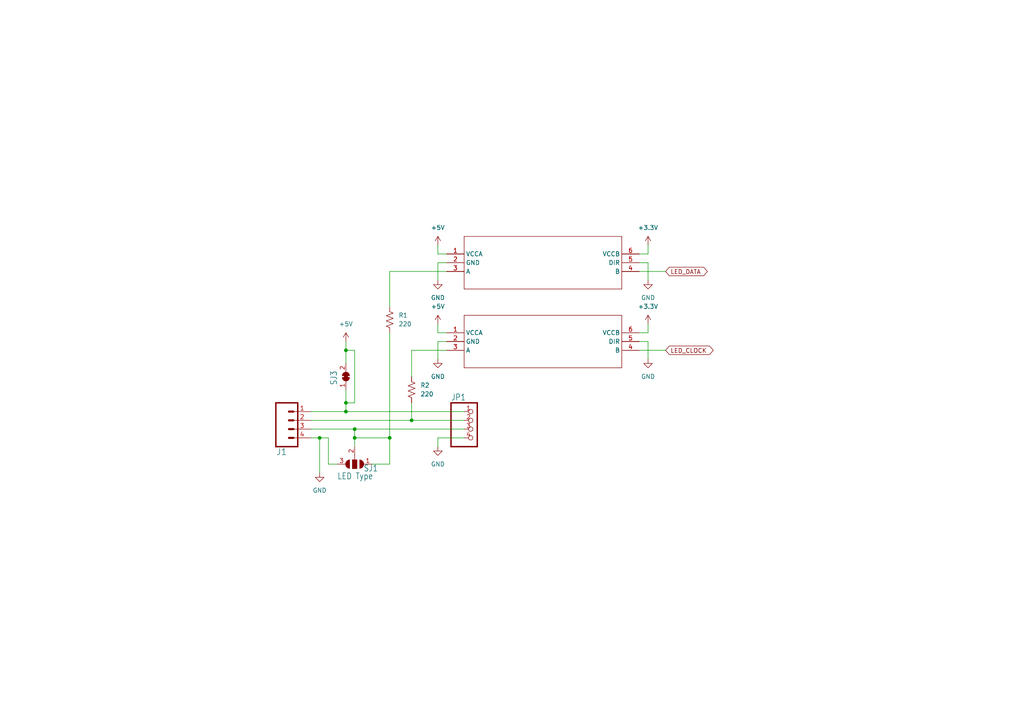
<source format=kicad_sch>
(kicad_sch (version 20230121) (generator eeschema)
  (paper "A4")
  (lib_symbols
    (symbol "Device:R_US" (pin_numbers hide) (pin_names (offset 0))
      (property "Reference" "R" (at 2.54 0 90))
      (property "Value" "R_US" (at -2.54 0 90))
      (symbol "R_US_0_1"
        (polyline (pts (xy 0 -2.286) (xy 0 -2.54)))
        (polyline (pts (xy 0 2.286) (xy 0 2.54)))
        (polyline (pts (xy 0 -0.762) (xy 1.016 -1.143) (xy 0 -1.524) (xy -1.016 -1.905) (xy 0 -2.286)))
        (polyline (pts (xy 0 0.762) (xy 1.016 0.381) (xy 0 0) (xy -1.016 -0.381) (xy 0 -0.762)))
        (polyline (pts (xy 0 2.286) (xy 1.016 1.905) (xy 0 1.524) (xy -1.016 1.143) (xy 0 0.762)))
      )
      (symbol "R_US_1_1"
        (pin passive line (at 0 3.81 270) (length 1.27) (name "~") (number "1"))
        (pin passive line (at 0 -3.81 90) (length 1.27) (name "~") (number "2"))
      )
    )
    (symbol "Jumper:SolderJumper_2_Bridged" (pin_names (offset 0) hide)
      (property "Reference" "JP" (at 0 2.032 0))
      (property "Value" "SolderJumper_2_Bridged" (at 0 -2.54 0))
      (symbol "SolderJumper_2_Bridged_0_1"
        (rectangle (start -0.508 0.508) (end 0.508 -0.508) (fill (type outline)))
        (arc (start -0.254 1.016) (mid -1.2656 0) (end -0.254 -1.016))
        (arc (start -0.254 1.016) (mid -1.2656 0) (end -0.254 -1.016) (fill (type outline)))
        (polyline (pts (xy -0.254 1.016) (xy -0.254 -1.016)))
        (polyline (pts (xy 0.254 1.016) (xy 0.254 -1.016)))
        (arc (start 0.254 -1.016) (mid 1.2656 0) (end 0.254 1.016))
        (arc (start 0.254 -1.016) (mid 1.2656 0) (end 0.254 1.016) (fill (type outline)))
      )
      (symbol "SolderJumper_2_Bridged_1_1"
        (pin passive line (at -3.81 0 0) (length 2.54) (name "A") (number "1"))
        (pin passive line (at 3.81 0 180) (length 2.54) (name "B") (number "2"))
      )
    )
    (symbol "controller-eagle-import:CONN_04SCREW"
      (property "Reference" "J" (at -5.08 8.128 0))
      (symbol "CONN_04SCREW_1_0"
        (polyline (pts (xy -5.08 7.62) (xy -5.08 -5.08)) (stroke (width 0.4064)))
        (polyline (pts (xy -5.08 7.62) (xy 1.27 7.62)) (stroke (width 0.4064)))
        (polyline (pts (xy -1.27 -2.54) (xy 0 -2.54)) (stroke (width 0.6096)))
        (polyline (pts (xy -1.27 0) (xy 0 0)) (stroke (width 0.6096)))
        (polyline (pts (xy -1.27 2.54) (xy 0 2.54)) (stroke (width 0.6096)))
        (polyline (pts (xy -1.27 5.08) (xy 0 5.08)) (stroke (width 0.6096)))
        (polyline (pts (xy 1.27 -5.08) (xy -5.08 -5.08)) (stroke (width 0.4064)))
        (polyline (pts (xy 1.27 -5.08) (xy 1.27 7.62)) (stroke (width 0.4064)))
        (pin passive line (at 5.08 -2.54 180) (length 5.08) (name "1") (number "1"))
        (pin passive line (at 5.08 0 180) (length 5.08) (name "2") (number "2"))
        (pin passive line (at 5.08 2.54 180) (length 5.08) (name "3") (number "3"))
        (pin passive line (at 5.08 5.08 180) (length 5.08) (name "4") (number "4"))
      )
    )
    (symbol "controller-eagle-import:PINHD-1X4"
      (property "Reference" "JP" (at -6.35 8.255 0))
      (symbol "PINHD-1X4_1_0"
        (polyline (pts (xy -6.35 -5.08) (xy 1.27 -5.08)) (stroke (width 0.4064)))
        (polyline (pts (xy -6.35 7.62) (xy -6.35 -5.08)) (stroke (width 0.4064)))
        (polyline (pts (xy 1.27 -5.08) (xy 1.27 7.62)) (stroke (width 0.4064)))
        (polyline (pts (xy 1.27 7.62) (xy -6.35 7.62)) (stroke (width 0.4064)))
        (pin passive inverted (at -2.54 5.08 0) (length 2.54) (name "1") (number "1"))
        (pin passive inverted (at -2.54 2.54 0) (length 2.54) (name "2") (number "2"))
        (pin passive inverted (at -2.54 0 0) (length 2.54) (name "3") (number "3"))
        (pin passive inverted (at -2.54 -2.54 0) (length 2.54) (name "4") (number "4"))
      )
    )
    (symbol "controller-eagle-import:SJ2W"
      (property "Reference" "SJ" (at 2.54 0.381 0))
      (symbol "SJ2W_1_0"
        (arc (start -1.27 -1.397) (mid 0 -2.6615) (end 1.27 -1.397) (stroke (width 0.0001)) (fill (type outline)))
        (rectangle (start -1.27 -0.635) (end 1.27 0.635) (fill (type outline)))
        (polyline (pts (xy -2.54 0) (xy -1.27 0)) (stroke (width 0.1524)))
        (polyline (pts (xy -1.27 -0.635) (xy -1.27 0)) (stroke (width 0.1524)))
        (polyline (pts (xy -1.27 0) (xy -1.27 0.635)) (stroke (width 0.1524)))
        (polyline (pts (xy -1.27 0.635) (xy 1.27 0.635)) (stroke (width 0.1524)))
        (polyline (pts (xy 1.27 -0.635) (xy -1.27 -0.635)) (stroke (width 0.1524)))
        (polyline (pts (xy 1.27 0.635) (xy 1.27 -0.635)) (stroke (width 0.1524)))
        (arc (start 1.27 1.397) (mid 0 2.6615) (end -1.27 1.397) (stroke (width 0.0001)) (fill (type outline)))
        (pin passive line (at 0 5.08 270) (length 2.54) (name "1") (number "1"))
        (pin passive line (at -5.08 0 0) (length 2.54) (name "2") (number "2"))
        (pin passive line (at 0 -5.08 90) (length 2.54) (name "3") (number "3"))
      )
    )
    (symbol "controller-eagle-import:SN74LVC1T45DBVRDBV6-M"
      (symbol "SN74LVC1T45DBVRDBV6-M_1_0"
        (polyline (pts (xy 7.62 -10.16) (xy 53.34 -10.16)) (stroke (width 0.1524)))
        (polyline (pts (xy 7.62 5.08) (xy 7.62 -10.16)) (stroke (width 0.1524)))
        (polyline (pts (xy 53.34 -10.16) (xy 53.34 5.08)) (stroke (width 0.1524)))
        (polyline (pts (xy 53.34 5.08) (xy 7.62 5.08)) (stroke (width 0.1524)))
        (pin power_in line (at 2.54 0 0) (length 5.08) (name "VCCA") (number "1"))
        (pin power_in line (at 2.54 -2.54 0) (length 5.08) (name "GND") (number "2"))
        (pin input line (at 2.54 -5.08 0) (length 5.08) (name "A") (number "3"))
        (pin input line (at 58.42 -5.08 180) (length 5.08) (name "B") (number "4"))
        (pin input line (at 58.42 -2.54 180) (length 5.08) (name "DIR") (number "5"))
        (pin power_in line (at 58.42 0 180) (length 5.08) (name "VCCB") (number "6"))
      )
    )
    (symbol "power:+3.3V" (power) (pin_names (offset 0))
      (property "Value" "+3.3V" (at 0 3.556 0))
      (symbol "+3.3V_0_1"
        (polyline (pts (xy -0.762 1.27) (xy 0 2.54)))
        (polyline (pts (xy 0 0) (xy 0 2.54)))
        (polyline (pts (xy 0 2.54) (xy 0.762 1.27)))
      )
      (symbol "+3.3V_1_1"
        (pin power_in line (at 0 0 90) (length 0) hide (name "+3.3V") (number "1"))
      )
    )
    (symbol "power:+5V" (power) (pin_names (offset 0))
      (property "Value" "+5V" (at 0 3.556 0))
      (symbol "+5V_0_1"
        (polyline (pts (xy -0.762 1.27) (xy 0 2.54)))
        (polyline (pts (xy 0 0) (xy 0 2.54)))
        (polyline (pts (xy 0 2.54) (xy 0.762 1.27)))
      )
      (symbol "+5V_1_1"
        (pin power_in line (at 0 0 90) (length 0) hide (name "+5V") (number "1"))
      )
    )
    (symbol "power:GND" (power) (pin_names (offset 0))
      (property "Value" "GND" (at 0 -3.81 0))
      (symbol "GND_0_1"
        (polyline (pts (xy 0 0) (xy 0 -1.27) (xy 1.27 -1.27) (xy 0 -2.54) (xy -1.27 -1.27) (xy 0 -1.27)))
      )
      (symbol "GND_1_1"
        (pin power_in line (at 0 0 270) (length 0) hide (name "GND") (number "1"))
      )
    )
  )
  (junction (at 100.33 116.84))
  (junction (at 102.87 127))
  (junction (at 92.71 127))
  (junction (at 119.38 121.92))
  (junction (at 102.87 124.46))
  (junction (at 100.33 101.6))
  (junction (at 113.03 127))
  (junction (at 100.33 119.38))
  (wire (pts (xy 100.33 119.38) (xy 134.62 119.38)) (stroke (width 0.1524)))
  (wire (pts (xy 119.38 101.6) (xy 129.54 101.6)) (stroke (width 0.1524)))
  (wire (pts (xy 134.62 127) (xy 127 127)) (stroke (width 0.1524)))
  (wire (pts (xy 90.17 127) (xy 92.71 127)) (stroke (width 0.1524)))
  (wire (pts (xy 90.17 124.46) (xy 102.87 124.46)) (stroke (width 0.1524)))
  (wire (pts (xy 100.33 101.6) (xy 100.33 99.06)) (stroke (width 0.1524)))
  (wire (pts (xy 127 99.06) (xy 129.54 99.06)))
  (wire (pts (xy 90.17 121.92) (xy 119.38 121.92)) (stroke (width 0.1524)))
  (wire (pts (xy 102.87 127) (xy 102.87 124.46)) (stroke (width 0.1524)))
  (wire (pts (xy 185.42 96.52) (xy 187.96 96.52)) (stroke (width 0.1524)))
  (wire (pts (xy 127 71.12) (xy 127 73.66)))
  (wire (pts (xy 100.33 113.03) (xy 100.33 116.84)) (stroke (width 0.1524)))
  (wire (pts (xy 100.33 101.6) (xy 102.87 101.6)) (stroke (width 0.1524)))
  (wire (pts (xy 113.03 78.74) (xy 113.03 88.9)) (stroke (width 0.1524)))
  (wire (pts (xy 102.87 116.84) (xy 100.33 116.84)) (stroke (width 0.1524)))
  (wire (pts (xy 187.96 99.06) (xy 187.96 104.14)) (stroke (width 0.1524)))
  (wire (pts (xy 102.87 127) (xy 113.03 127)) (stroke (width 0.1524)))
  (wire (pts (xy 119.38 101.6) (xy 119.38 109.22)) (stroke (width 0.1524)))
  (wire (pts (xy 127 104.14) (xy 127 99.06)))
  (wire (pts (xy 127 96.52) (xy 127 93.98)) (stroke (width 0.1524)))
  (wire (pts (xy 95.25 134.62) (xy 95.25 127)) (stroke (width 0.1524)))
  (wire (pts (xy 187.96 96.52) (xy 187.96 93.98)) (stroke (width 0.1524)))
  (wire (pts (xy 90.17 119.38) (xy 100.33 119.38)) (stroke (width 0.1524)))
  (wire (pts (xy 95.25 127) (xy 92.71 127)) (stroke (width 0.1524)))
  (wire (pts (xy 187.96 71.12) (xy 187.96 73.66)) (stroke (width 0.1524)))
  (wire (pts (xy 119.38 121.92) (xy 134.62 121.92)) (stroke (width 0.1524)))
  (wire (pts (xy 102.87 101.6) (xy 102.87 116.84)) (stroke (width 0.1524)))
  (wire (pts (xy 185.42 99.06) (xy 187.96 99.06)) (stroke (width 0.1524)))
  (wire (pts (xy 187.96 76.2) (xy 185.42 76.2)) (stroke (width 0.1524)))
  (wire (pts (xy 113.03 78.74) (xy 129.54 78.74)) (stroke (width 0.1524)))
  (wire (pts (xy 187.96 73.66) (xy 185.42 73.66)) (stroke (width 0.1524)))
  (wire (pts (xy 127 127) (xy 127 129.54)) (stroke (width 0.1524)))
  (wire (pts (xy 113.03 96.52) (xy 113.03 127)))
  (wire (pts (xy 119.38 121.92) (xy 119.38 116.84)) (stroke (width 0.1524)))
  (wire (pts (xy 129.54 96.52) (xy 127 96.52)) (stroke (width 0.1524)))
  (wire (pts (xy 102.87 129.54) (xy 102.87 127)) (stroke (width 0.1524)))
  (wire (pts (xy 102.87 124.46) (xy 134.62 124.46)) (stroke (width 0.1524)))
  (wire (pts (xy 113.03 134.62) (xy 107.95 134.62)) (stroke (width 0.1524)))
  (wire (pts (xy 127 73.66) (xy 129.54 73.66)))
  (wire (pts (xy 127 76.2) (xy 129.54 76.2)) (stroke (width 0.1524)))
  (wire (pts (xy 113.03 127) (xy 113.03 134.62)) (stroke (width 0.1524)))
  (wire (pts (xy 185.42 101.6) (xy 193.04 101.6)) (stroke (width 0.1524)))
  (wire (pts (xy 97.79 134.62) (xy 95.25 134.62)) (stroke (width 0.1524)))
  (wire (pts (xy 185.42 78.74) (xy 193.04 78.74)) (stroke (width 0.1524)))
  (wire (pts (xy 100.33 116.84) (xy 100.33 119.38)) (stroke (width 0.1524)))
  (wire (pts (xy 92.71 127) (xy 92.71 137.16)) (stroke (width 0.1524)))
  (wire (pts (xy 187.96 81.28) (xy 187.96 76.2)) (stroke (width 0.1524)))
  (wire (pts (xy 127 81.28) (xy 127 76.2)) (stroke (width 0.1524)))
  (wire (pts (xy 100.33 101.6) (xy 100.33 105.41)) (stroke (width 0.1524)))
  (global_label "LED_DATA" (shape bidirectional) (at 193.04 78.74 0) (effects (font (size 1.2446 1.2446))) (property "Intersheetrefs" "${INTERSHEET_REFS}" (effects hide)))
  (global_label "LED_CLOCK" (shape bidirectional) (at 193.04 101.6 0) (effects (font (size 1.2446 1.2446))) (property "Intersheetrefs" "${INTERSHEET_REFS}" (effects hide)))
  (symbol (lib_id "Device:R_US") (at 113.03 92.71 0) (unit 1)
    (property "Reference" "R1" (at 115.57 91.44 0) (effects (justify left)))
    (property "Value" "220" (at 115.57 93.98 0) (effects (justify left)))
    (property "Footprint" "controller:R0805" (effects hide))
  )
  (symbol (lib_id "power:+5V") (at 127 93.98 0) (unit 1)
    (property "Reference" "#PWR020" (effects hide))
    (property "Value" "+5V" (at 127 88.9 0))
  )
  (symbol (lib_id "controller-eagle-import:PINHD-1X4") (at 137.16 124.46 0) (unit 1)
    (property "Reference" "JP1" (at 130.81 116.205 0) (effects (font (size 1.778 1.5113)) (justify left bottom)))
    (property "Value" "PINHD-1X4" (effects hide))
    (property "Footprint" "controller:1X04" (effects hide))
  )
  (symbol (lib_id "power:GND") (at 187.96 81.28 0) (unit 1)
    (property "Reference" "#PWR026" (effects hide))
    (property "Value" "GND" (at 187.96 86.36 0))
  )
  (symbol (lib_id "controller-eagle-import:SN74LVC1T45DBVRDBV6-M") (at 127 73.66 0) (unit 1)
    (property "Reference" "U3" (effects hide))
    (property "Value" "SN74LVC1T45DBVRDBV6-M" (effects hide))
    (property "Footprint" "controller:DBV6-M" (effects hide))
  )
  (symbol (lib_id "power:+3.3V") (at 187.96 71.12 0) (unit 1)
    (property "Reference" "#PWR018" (effects hide))
    (property "Value" "+3.3V" (at 187.96 66.04 0))
  )
  (symbol (lib_id "Device:R_US") (at 119.38 113.03 0) (unit 1)
    (property "Reference" "R2" (at 121.92 111.76 0) (effects (justify left)))
    (property "Value" "220" (at 121.92 114.3 0) (effects (justify left)))
    (property "Footprint" "controller:R0805" (effects hide))
  )
  (symbol (lib_id "controller-eagle-import:SJ2W") (at 102.87 134.62 270) (unit 1)
    (property "Reference" "SJ1" (at 105.41 136.779 90) (effects (font (size 1.778 1.5113)) (justify left bottom)))
    (property "Value" "LED Type" (at 97.79 139.065 90) (effects (font (size 1.778 1.5113)) (justify left bottom)))
    (property "Footprint" "controller:SJ_2" (effects hide))
  )
  (symbol (lib_id "power:GND") (at 127 129.54 0) (unit 1)
    (property "Reference" "#PWR023" (effects hide))
    (property "Value" "GND" (at 127 134.62 0))
  )
  (symbol (lib_id "power:GND") (at 187.96 104.14 0) (unit 1)
    (property "Reference" "#PWR025" (effects hide))
    (property "Value" "GND" (at 187.96 109.22 0))
  )
  (symbol (lib_id "controller-eagle-import:CONN_04SCREW") (at 85.09 121.92 0) (mirror x) (unit 1)
    (property "Reference" "J1" (at 80.01 130.048 0) (effects (font (size 1.778 1.778)) (justify left bottom)))
    (property "Value" "CONN_04SCREW" (effects hide))
    (property "Footprint" "controller:SCREWTERMINAL-3.5MM-4" (effects hide))
  )
  (symbol (lib_id "controller-eagle-import:SN74LVC1T45DBVRDBV6-M") (at 127 96.52 0) (unit 1)
    (property "Reference" "U4" (effects hide))
    (property "Value" "SN74LVC1T45DBVRDBV6-M" (effects hide))
    (property "Footprint" "controller:DBV6-M" (effects hide))
  )
  (symbol (lib_id "power:+5V") (at 100.33 99.06 0) (unit 1)
    (property "Reference" "#PWR021" (effects hide))
    (property "Value" "+5V" (at 100.33 93.98 0))
  )
  (symbol (lib_id "power:+5V") (at 127 71.12 0) (unit 1)
    (property "Reference" "#PWR017" (effects hide))
    (property "Value" "+5V" (at 127 66.04 0))
  )
  (symbol (lib_id "power:+3.3V") (at 187.96 93.98 0) (unit 1)
    (property "Reference" "#PWR019" (effects hide))
    (property "Value" "+3.3V" (at 187.96 88.9 0))
  )
  (symbol (lib_id "Jumper:SolderJumper_2_Bridged") (at 100.33 109.22 90) (unit 1)
    (property "Reference" "SJ3" (at 97.79 111.76 0) (effects (font (size 1.778 1.5113)) (justify left bottom)))
    (property "Value" "SJ" (effects hide))
    (property "Footprint" "controller:SJ" (effects hide))
  )
  (symbol (lib_id "power:GND") (at 92.71 137.16 0) (unit 1)
    (property "Reference" "#PWR024" (effects hide))
    (property "Value" "GND" (at 92.71 142.24 0))
  )
  (symbol (lib_id "power:GND") (at 127 81.28 0) (unit 1)
    (property "Reference" "#PWR027" (effects hide))
    (property "Value" "GND" (at 127 86.36 0))
  )
  (symbol (lib_id "power:GND") (at 127 104.14 0) (unit 1)
    (property "Reference" "#PWR022" (effects hide))
    (property "Value" "GND" (at 127 109.22 0))
  )
)
</source>
